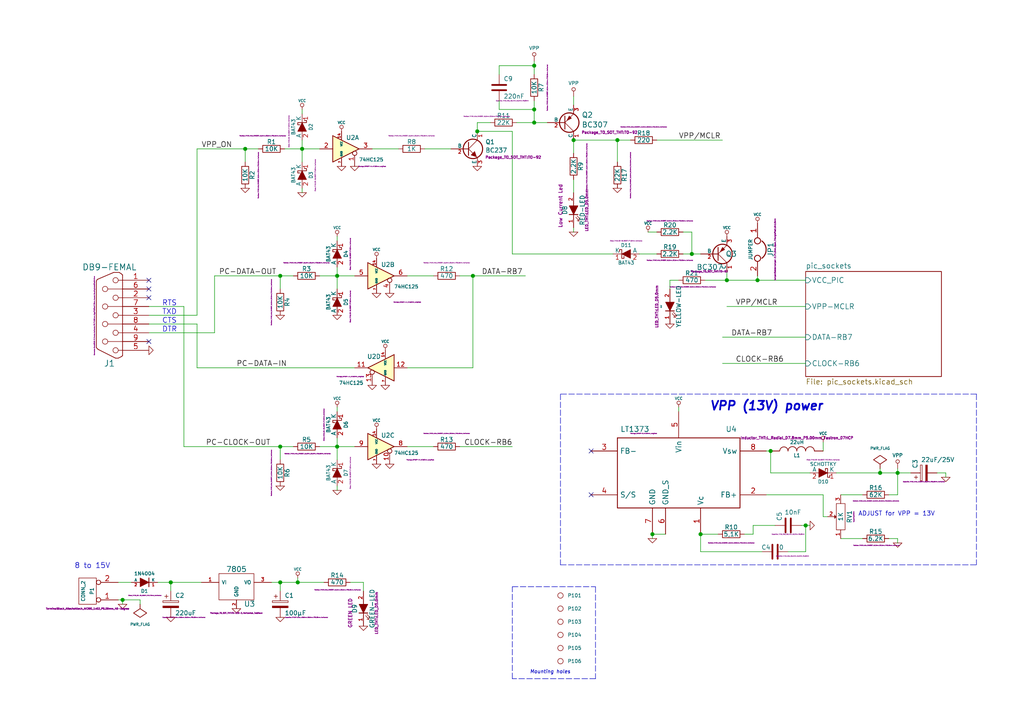
<source format=kicad_sch>
(kicad_sch (version 20250114) (generator "eeschema") (generator_version "9.0")
  (paper "A4")
  (title_block (title "JDM - COM84 PIC Programmer with 13V DC/DC converter") (date "05 jan 2014") (rev "2") (company "KiCad"))
  (lib_symbols
    (symbol "pic_programmer_schlib:74LS125" (pin_names (offset 0.254))
      (property "Reference" "U" (at 5.08 3.81 0))
      (property "Value" "74LS125" (at 7.62 -2.54 0))
      (symbol "74LS125_0_0"
        (pin power_in line (at -1.27 5.08 270) (length 2.54) (name "VCC") (number "14"))
        (pin power_in line (at -1.27 -5.08 90) (length 2.54) (name "GND") (number "7"))
      )
      (symbol "74LS125_1_0"
        (pin input line (at -7.62 0 0) (length 3.81) (name "~") (number "2"))
        (pin input inverted (at 2.54 -5.08 90) (length 4.445) (name "~") (number "1"))
        (pin tri_state line (at 7.62 0 180) (length 3.81) (name "~") (number "3"))
      )
      (symbol "74LS125_2_0"
        (pin input line (at -7.62 0 0) (length 3.81) (name "~") (number "5"))
        (pin input inverted (at 2.54 -5.08 90) (length 4.445) (name "~") (number "4"))
        (pin tri_state line (at 7.62 0 180) (length 3.81) (name "~") (number "6"))
      )
      (symbol "74LS125_3_0"
        (pin input line (at -7.62 0 0) (length 3.81) (name "~") (number "9"))
        (pin input inverted (at 2.54 -5.08 90) (length 4.445) (name "~") (number "10"))
        (pin tri_state line (at 7.62 0 180) (length 3.81) (name "~") (number "8"))
      )
      (symbol "74LS125_4_0"
        (pin input line (at -7.62 0 0) (length 3.81) (name "~") (number "12"))
        (pin input inverted (at 2.54 -5.08 90) (length 4.445) (name "~") (number "13"))
        (pin tri_state line (at 7.62 0 180) (length 3.81) (name "~") (number "11"))
      )
    )
    (symbol "pic_programmer_schlib:7805" (pin_names (offset 0.762))
      (property "Reference" "U" (at 3.81 -4.9784 0))
      (property "Value" "7805" (at 0 5.08 0))
      (symbol "7805_1_1"
        (pin input line (at -10.16 1.27 0) (length 5.08) (name "VI") (number "1"))
        (pin input line (at 0 -6.35 90) (length 2.54) (name "GND") (number "2"))
        (pin power_out line (at 10.16 1.27 180) (length 5.08) (name "VO") (number "3"))
      )
    )
    (symbol "pic_programmer_schlib:BC237" (pin_names (offset 0))
      (property "Reference" "Q" (at 0 -3.81 0))
      (property "Value" "BC237" (at 0 3.81 0))
      (property "Footprint" "Package_TO_SOT_THT:TO-92" (at -2.54 -5.08 0))
      (symbol "BC237_1_1"
        (pin input line (at -5.08 0 0) (length 5.08) (name "B") (number "2"))
        (pin passive line (at 2.54 5.08 270) (length 2.54) (name "C") (number "1"))
        (pin passive line (at 2.54 -5.08 90) (length 2.54) (name "E") (number "3"))
      )
    )
    (symbol "pic_programmer_schlib:BC307" (pin_names (offset 0))
      (property "Reference" "Q" (at -1.27 -3.81 0))
      (property "Value" "BC307" (at 0 3.81 0))
      (property "Footprint" "Package_TO_SOT_THT:TO-92" (at -2.54 -5.08 0))
      (symbol "BC307_1_1"
        (pin input line (at -5.08 0 0) (length 5.08) (name "B") (number "2"))
        (pin passive line (at 2.54 5.08 270) (length 2.54) (name "C") (number "1"))
        (pin passive line (at 2.54 -5.08 90) (length 2.54) (name "E") (number "3"))
      )
    )
    (symbol "pic_programmer_schlib:C" (pin_numbers (hide yes)) (pin_names (offset 0.254))
      (property "Reference" "C" (at 0.635 2.54 0))
      (property "Value" "C" (at 0.635 -2.54 0))
      (symbol "C_1_1"
        (pin passive line (at 0 3.81 270) (length 2.794) (name "~") (number "1"))
        (pin passive line (at 0 -3.81 90) (length 2.794) (name "~") (number "2"))
      )
    )
    (symbol "pic_programmer_schlib:CONN_2" (pin_names (offset 1.016) (hide yes))
      (property "Reference" "P" (at -1.27 0 90))
      (property "Value" "CONN_2" (at 1.27 0 90))
      (symbol "CONN_2_1_1"
        (pin passive inverted (at -8.89 2.54 0) (length 6.35) (name "P1") (number "1"))
        (pin passive inverted (at -8.89 -2.54 0) (length 6.35) (name "PM") (number "2"))
      )
    )
    (symbol "pic_programmer_schlib:CP" (pin_numbers (hide yes)) (pin_names (offset 0.254))
      (property "Reference" "C" (at 0.635 2.54 0))
      (property "Value" "CP" (at 0.635 -2.54 0))
      (symbol "CP_1_1"
        (pin passive line (at 0 3.81 270) (length 2.794) (name "~") (number "1"))
        (pin passive line (at 0 -3.81 90) (length 2.794) (name "~") (number "2"))
      )
    )
    (symbol "pic_programmer_schlib:D" (pin_names (offset 0))
      (property "Reference" "D" (at 0 2.54 0))
      (property "Value" "D" (at 0 -2.54 0))
      (symbol "D_1_1"
        (pin passive line (at -3.81 0 0) (length 2.54) (name "K") (number "1"))
        (pin passive line (at 3.81 0 180) (length 2.54) (name "A") (number "2"))
      )
    )
    (symbol "pic_programmer_schlib:DB9" (pin_names (offset 1.016) (hide yes))
      (property "Reference" "J" (at 0 13.97 0))
      (property "Value" "DB9" (at 0 -13.97 0))
      (symbol "DB9_1_1"
        (pin passive line (at -11.43 10.16 0) (length 7.62) (name "5") (number "5"))
        (pin passive line (at -11.43 7.62 0) (length 7.62) (name "P9") (number "9"))
        (pin passive line (at -11.43 5.08 0) (length 7.62) (name "4") (number "4"))
        (pin passive line (at -11.43 2.54 0) (length 7.62) (name "P8") (number "8"))
        (pin passive line (at -11.43 0 0) (length 7.62) (name "3") (number "3"))
        (pin passive line (at -11.43 -2.54 0) (length 7.62) (name "P7") (number "7"))
        (pin passive line (at -11.43 -5.08 0) (length 7.62) (name "2") (number "2"))
        (pin passive line (at -11.43 -7.62 0) (length 7.62) (name "P6") (number "6"))
        (pin passive line (at -11.43 -10.16 0) (length 7.62) (name "1") (number "1"))
      )
    )
    (symbol "pic_programmer_schlib:D_Schottky" (pin_names (offset 0))
      (property "Reference" "D" (at 0 2.54 0))
      (property "Value" "D_Schottky" (at 0 -2.54 0))
      (symbol "D_Schottky_1_1"
        (pin passive line (at -3.81 0 0) (length 2.54) (name "K") (number "1"))
        (pin passive line (at 3.81 0 180) (length 2.54) (name "A") (number "2"))
      )
    )
    (symbol "pic_programmer_schlib:GND" (power) (pin_names (offset 0))
      (symbol "GND_1_1"
        (pin power_in line (at 0 0 90) (length 0) (hide yes) (name "GND") (number "1"))
      )
    )
    (symbol "pic_programmer_schlib:INDUCTOR" (pin_numbers (hide yes)) (pin_names (offset 1.016) (hide yes))
      (property "Reference" "L" (at -1.27 0 90))
      (property "Value" "INDUCTOR" (at 2.54 0 90))
      (symbol "INDUCTOR_1_1"
        (pin passive line (at 0 7.62 270) (length 2.54) (name "1") (number "1"))
        (pin passive line (at 0 -7.62 90) (length 2.54) (name "2") (number "2"))
      )
    )
    (symbol "pic_programmer_schlib:JUMPER" (pin_names (offset 0.762) (hide yes))
      (property "Reference" "JP" (at 0 3.81 0))
      (property "Value" "JUMPER" (at 0 -2.032 0))
      (symbol "JUMPER_0_1"
        (pin passive line (at -7.62 0 0) (length 4.191) (name "1") (number "1"))
        (pin passive line (at 7.62 0 180) (length 4.191) (name "2") (number "2"))
      )
    )
    (symbol "pic_programmer_schlib:LED" (pin_names (offset 1.016) (hide yes))
      (property "Reference" "D" (at 0 2.54 0))
      (property "Value" "LED" (at 0 -2.54 0))
      (symbol "LED_1_1"
        (pin passive line (at -5.08 0 0) (length 3.81) (name "K") (number "1"))
        (pin passive line (at 5.08 0 180) (length 3.81) (name "A") (number "2"))
      )
    )
    (symbol "pic_programmer_schlib:LT1373" (pin_names (offset 0.762))
      (property "Reference" "U" (at 15.24 12.7 0))
      (property "Value" "LT1373" (at -12.7 12.7 0))
      (symbol "LT1373_1_1"
        (pin passive line (at -25.4 6.35 0) (length 7.62) (name "FB-") (number "3"))
        (pin passive line (at -25.4 -6.35 0) (length 7.62) (name "S/S") (number "4"))
        (pin input line (at -7.62 -17.78 90) (length 7.62) (name "GND") (number "7"))
        (pin input line (at -3.81 -17.78 90) (length 7.62) (name "GND_S") (number "6"))
        (pin power_in line (at 0 17.78 270) (length 7.62) (name "Vin") (number "5"))
        (pin input line (at 6.35 -17.78 90) (length 7.62) (name "Vc") (number "1"))
        (pin input line (at 25.4 6.35 180) (length 7.62) (name "Vsw") (number "8"))
        (pin input line (at 25.4 -6.35 180) (length 7.62) (name "FB+") (number "2"))
      )
    )
    (symbol "pic_programmer_schlib:MOUNTING_HOLE" (pin_numbers (hide yes)) (pin_names (offset 0.762) (hide yes))
      (property "Reference" "P" (at 2.032 0 0))
    )
    (symbol "pic_programmer_schlib:POT" (pin_names (offset 1.016) (hide yes))
      (property "Reference" "RV" (at 0 -2.54 0))
      (property "Value" "POT" (at 0 0 0))
      (symbol "POT_1_1"
        (pin passive line (at -6.35 0 0) (length 2.54) (name "1") (number "1"))
        (pin passive line (at 0 3.81 270) (length 2.032) (name "2") (number "2"))
        (pin passive line (at 6.35 0 180) (length 2.54) (name "3") (number "3"))
      )
    )
    (symbol "pic_programmer_schlib:PWR_FLAG" (power) (pin_numbers (hide yes)) (pin_names (offset 0) (hide yes))
      (property "Value" "PWR_FLAG" (at 0 4.572 0))
      (symbol "PWR_FLAG_0_0"
        (pin power_out line (at 0 0 90) (length 0) (name "pwr") (number "1"))
      )
    )
    (symbol "pic_programmer_schlib:R" (pin_numbers (hide yes)) (pin_names (offset 0))
      (property "Reference" "R" (at 2.032 0 90))
      (property "Value" "R" (at 0 0 90))
      (symbol "R_1_1"
        (pin passive line (at 0 3.81 270) (length 1.27) (name "~") (number "1"))
        (pin passive line (at 0 -3.81 90) (length 1.27) (name "~") (number "2"))
      )
    )
    (symbol "pic_programmer_schlib:VCC" (power) (pin_names (offset 0))
      (property "Value" "VCC" (at 0 2.54 0))
      (symbol "VCC_0_0"
        (pin power_in line (at 0 0 90) (length 0) (hide yes) (name "VCC") (number "1"))
      )
    )
    (symbol "pic_programmer_schlib:VPP" (pin_names (offset 0))
      (property "Value" "VPP" (at 0 3.81 0))
      (symbol "VPP_0_0"
        (pin power_in line (at 0 0 90) (length 0) (hide yes) (name "VPP") (number "1"))
      )
    )
  )
  (text "ADJUST for VPP = 13V" (at 248.92 149.86 0) (effects (font (size 1.27 1.27)) (justify left bottom)))
  (text "8 to 15V" (at 21.59 165.1 0) (effects (font (size 1.524 1.524)) (justify left bottom)))
  (text "VPP (13V) power" (at 205.74 119.38 0) (effects (font (size 2.54 2.54) (thickness 0.508) (bold yes) (italic yes)) (justify left bottom)))
  (text "RTS" (at 46.99 88.9 0) (effects (font (size 1.524 1.524)) (justify left bottom)))
  (text "TXD" (at 46.99 91.44 0) (effects (font (size 1.524 1.524)) (justify left bottom)))
  (text "CTS" (at 46.99 93.98 0) (effects (font (size 1.524 1.524)) (justify left bottom)))
  (text "DTR" (at 46.99 96.52 0) (effects (font (size 1.524 1.524)) (justify left bottom)))
  (text "Mounting holes" (at 153.67 195.58 0) (effects (font (size 1.016 1.016) (italic yes)) (justify left bottom)))
  (junction (at 81.28 80.01) (diameter 1.016))
  (junction (at 97.79 129.54) (diameter 1.016))
  (junction (at 179.07 40.64) (diameter 1.016))
  (junction (at 35.56 173.99) (diameter 1.016))
  (junction (at 255.27 137.16) (diameter 1.016))
  (junction (at 71.12 43.18) (diameter 1.016))
  (junction (at 260.35 137.16) (diameter 1.016))
  (junction (at 154.94 31.75) (diameter 1.016))
  (junction (at 87.63 43.18) (diameter 1.016))
  (junction (at 166.37 40.64) (diameter 1.016))
  (junction (at 203.2 154.94) (diameter 1.016))
  (junction (at 81.28 168.91) (diameter 1.016))
  (junction (at 86.36 168.91) (diameter 1.016))
  (junction (at 137.16 80.01) (diameter 1.016))
  (junction (at 223.52 130.81) (diameter 1.016))
  (junction (at 49.53 168.91) (diameter 1.016))
  (junction (at 97.79 80.01) (diameter 1.016))
  (junction (at 138.43 38.1) (diameter 1.016))
  (junction (at 154.94 35.56) (diameter 1.016))
  (junction (at 81.28 129.54) (diameter 1.016))
  (junction (at 219.71 81.28) (diameter 1.016))
  (junction (at 189.23 154.94) (diameter 1.016))
  (junction (at 200.66 73.66) (diameter 1.016))
  (junction (at 210.82 81.28) (diameter 1.016))
  (junction (at 233.68 152.4) (diameter 1.016))
  (junction (at 154.94 19.05) (diameter 1.016))
  (no_connect (at 171.45 130.81))
  (no_connect (at 43.18 81.28))
  (no_connect (at 43.18 86.36))
  (no_connect (at 43.18 99.06))
  (no_connect (at 43.18 83.82))
  (no_connect (at 171.45 143.51))
  (wire (pts (xy 87.63 43.18) (xy 87.63 46.99)))
  (polyline (pts (xy 172.72 196.85) (xy 148.59 196.85)) (stroke (width 0) (type dash)))
  (wire (pts (xy 97.79 129.54) (xy 102.87 129.54)))
  (wire (pts (xy 102.87 106.68) (xy 57.15 106.68)))
  (wire (pts (xy 250.19 156.21) (xy 243.84 156.21)))
  (wire (pts (xy 105.41 168.91) (xy 101.6 168.91)))
  (wire (pts (xy 57.15 106.68) (xy 57.15 93.98)))
  (wire (pts (xy 250.19 143.51) (xy 243.84 143.51)))
  (wire (pts (xy 38.1 168.91) (xy 34.29 168.91)))
  (wire (pts (xy 234.95 137.16) (xy 223.52 137.16)))
  (wire (pts (xy 166.37 66.04) (xy 166.37 67.31)))
  (wire (pts (xy 133.35 80.01) (xy 137.16 80.01)))
  (wire (pts (xy 260.35 137.16) (xy 260.35 143.51)))
  (wire (pts (xy 208.28 154.94) (xy 203.2 154.94)))
  (wire (pts (xy 138.43 35.56) (xy 142.24 35.56)))
  (wire (pts (xy 255.27 137.16) (xy 260.35 137.16)))
  (wire (pts (xy 260.35 156.21) (xy 260.35 157.48)))
  (wire (pts (xy 200.66 73.66) (xy 200.66 67.31)))
  (wire (pts (xy 92.71 129.54) (xy 97.79 129.54)))
  (wire (pts (xy 200.66 67.31) (xy 198.12 67.31)))
  (wire (pts (xy 130.81 43.18) (xy 123.19 43.18)))
  (wire (pts (xy 97.79 68.58) (xy 97.79 69.85)))
  (wire (pts (xy 86.36 168.91) (xy 86.36 167.64)))
  (wire (pts (xy 35.56 173.99) (xy 40.64 173.99)))
  (wire (pts (xy 274.32 137.16) (xy 274.32 138.43)))
  (wire (pts (xy 179.07 46.99) (xy 179.07 40.64)))
  (wire (pts (xy 232.41 152.4) (xy 233.68 152.4)))
  (wire (pts (xy 271.78 137.16) (xy 274.32 137.16)))
  (wire (pts (xy 189.23 154.94) (xy 193.04 154.94)))
  (wire (pts (xy 198.12 73.66) (xy 200.66 73.66)))
  (wire (pts (xy 43.18 93.98) (xy 57.15 93.98)))
  (wire (pts (xy 138.43 35.56) (xy 138.43 38.1)))
  (wire (pts (xy 144.78 19.05) (xy 154.94 19.05)))
  (wire (pts (xy 57.15 91.44) (xy 43.18 91.44)))
  (wire (pts (xy 233.68 152.4) (xy 234.95 152.4)))
  (wire (pts (xy 81.28 80.01) (xy 85.09 80.01)))
  (wire (pts (xy 138.43 38.1) (xy 148.59 38.1)))
  (wire (pts (xy 148.59 73.66) (xy 177.8 73.66)))
  (wire (pts (xy 35.56 175.26) (xy 35.56 173.99)))
  (wire (pts (xy 137.16 80.01) (xy 152.4 80.01)))
  (wire (pts (xy 81.28 168.91) (xy 86.36 168.91)))
  (wire (pts (xy 238.76 149.86) (xy 238.76 143.51)))
  (wire (pts (xy 118.11 80.01) (xy 125.73 80.01)))
  (wire (pts (xy 204.47 81.28) (xy 210.82 81.28)))
  (wire (pts (xy 49.53 171.45) (xy 49.53 168.91)))
  (wire (pts (xy 210.82 81.28) (xy 210.82 78.74)))
  (wire (pts (xy 53.34 129.54) (xy 81.28 129.54)))
  (wire (pts (xy 78.74 168.91) (xy 81.28 168.91)))
  (wire (pts (xy 190.5 40.64) (xy 209.55 40.64)))
  (wire (pts (xy 154.94 29.21) (xy 154.94 31.75)))
  (wire (pts (xy 148.59 38.1) (xy 148.59 73.66)))
  (wire (pts (xy 210.82 81.28) (xy 219.71 81.28)))
  (wire (pts (xy 87.63 54.61) (xy 87.63 55.88)))
  (wire (pts (xy 187.96 67.31) (xy 190.5 67.31)))
  (wire (pts (xy 240.03 149.86) (xy 238.76 149.86)))
  (wire (pts (xy 194.31 83.82) (xy 194.31 81.28)))
  (wire (pts (xy 189.23 156.21) (xy 189.23 154.94)))
  (wire (pts (xy 115.57 43.18) (xy 107.95 43.18)))
  (wire (pts (xy 238.76 128.27) (xy 238.76 130.81)))
  (wire (pts (xy 34.29 173.99) (xy 35.56 173.99)))
  (wire (pts (xy 228.6 160.02) (xy 233.68 160.02)))
  (polyline (pts (xy 283.21 114.3) (xy 283.21 163.83)) (stroke (width 0) (type dash)))
  (wire (pts (xy 71.12 43.18) (xy 74.93 43.18)))
  (wire (pts (xy 260.35 137.16) (xy 264.16 137.16)))
  (wire (pts (xy 203.2 160.02) (xy 220.98 160.02)))
  (wire (pts (xy 166.37 30.48) (xy 166.37 27.94)))
  (wire (pts (xy 86.36 168.91) (xy 93.98 168.91)))
  (wire (pts (xy 219.71 81.28) (xy 233.68 81.28)))
  (wire (pts (xy 97.79 77.47) (xy 97.79 80.01)))
  (wire (pts (xy 57.15 43.18) (xy 71.12 43.18)))
  (wire (pts (xy 260.35 156.21) (xy 257.81 156.21)))
  (wire (pts (xy 233.68 160.02) (xy 233.68 152.4)))
  (wire (pts (xy 62.23 96.52) (xy 62.23 80.01)))
  (wire (pts (xy 53.34 88.9) (xy 43.18 88.9)))
  (wire (pts (xy 62.23 96.52) (xy 43.18 96.52)))
  (wire (pts (xy 210.82 88.9) (xy 233.68 88.9)))
  (wire (pts (xy 154.94 31.75) (xy 154.94 35.56)))
  (polyline (pts (xy 148.59 196.85) (xy 148.59 170.18)) (stroke (width 0) (type dash)))
  (wire (pts (xy 149.86 35.56) (xy 154.94 35.56)))
  (wire (pts (xy 87.63 33.02) (xy 87.63 31.75)))
  (wire (pts (xy 137.16 106.68) (xy 137.16 80.01)))
  (wire (pts (xy 218.44 152.4) (xy 218.44 154.94)))
  (wire (pts (xy 144.78 19.05) (xy 144.78 21.59)))
  (wire (pts (xy 57.15 43.18) (xy 57.15 91.44)))
  (wire (pts (xy 200.66 73.66) (xy 203.2 73.66)))
  (wire (pts (xy 144.78 31.75) (xy 154.94 31.75)))
  (wire (pts (xy 45.72 168.91) (xy 49.53 168.91)))
  (polyline (pts (xy 172.72 170.18) (xy 172.72 196.85)) (stroke (width 0) (type dash)))
  (wire (pts (xy 219.71 81.28) (xy 219.71 80.01)))
  (wire (pts (xy 223.52 137.16) (xy 223.52 130.81)))
  (wire (pts (xy 81.28 129.54) (xy 85.09 129.54)))
  (wire (pts (xy 148.59 129.54) (xy 133.35 129.54)))
  (wire (pts (xy 97.79 80.01) (xy 97.79 83.82)))
  (wire (pts (xy 97.79 80.01) (xy 102.87 80.01)))
  (wire (pts (xy 154.94 17.78) (xy 154.94 19.05)))
  (wire (pts (xy 166.37 40.64) (xy 179.07 40.64)))
  (wire (pts (xy 203.2 154.94) (xy 203.2 160.02)))
  (wire (pts (xy 87.63 43.18) (xy 92.71 43.18)))
  (wire (pts (xy 260.35 143.51) (xy 257.81 143.51)))
  (wire (pts (xy 194.31 81.28) (xy 196.85 81.28)))
  (wire (pts (xy 166.37 40.64) (xy 166.37 44.45)))
  (wire (pts (xy 179.07 40.64) (xy 182.88 40.64)))
  (wire (pts (xy 105.41 171.45) (xy 105.41 168.91)))
  (wire (pts (xy 81.28 133.35) (xy 81.28 129.54)))
  (polyline (pts (xy 162.56 163.83) (xy 283.21 163.83)) (stroke (width 0) (type dash)))
  (wire (pts (xy 260.35 135.89) (xy 260.35 137.16)))
  (wire (pts (xy 53.34 129.54) (xy 53.34 88.9)))
  (wire (pts (xy 81.28 83.82) (xy 81.28 80.01)))
  (wire (pts (xy 154.94 35.56) (xy 158.75 35.56)))
  (wire (pts (xy 62.23 80.01) (xy 81.28 80.01)))
  (wire (pts (xy 87.63 40.64) (xy 87.63 43.18)))
  (wire (pts (xy 190.5 73.66) (xy 185.42 73.66)))
  (wire (pts (xy 81.28 168.91) (xy 81.28 171.45)))
  (wire (pts (xy 224.79 152.4) (xy 218.44 152.4)))
  (wire (pts (xy 255.27 135.89) (xy 255.27 137.16)))
  (polyline (pts (xy 162.56 114.3) (xy 162.56 163.83)) (stroke (width 0) (type dash)))
  (wire (pts (xy 97.79 142.24) (xy 97.79 140.97)))
  (wire (pts (xy 233.68 97.79) (xy 209.55 97.79)))
  (wire (pts (xy 144.78 29.21) (xy 144.78 31.75)))
  (wire (pts (xy 118.11 106.68) (xy 137.16 106.68)))
  (wire (pts (xy 92.71 80.01) (xy 97.79 80.01)))
  (wire (pts (xy 82.55 43.18) (xy 87.63 43.18)))
  (wire (pts (xy 218.44 154.94) (xy 215.9 154.94)))
  (wire (pts (xy 166.37 52.07) (xy 166.37 55.88)))
  (wire (pts (xy 40.64 173.99) (xy 40.64 175.26)))
  (wire (pts (xy 125.73 129.54) (xy 118.11 129.54)))
  (wire (pts (xy 97.79 119.38) (xy 97.79 118.11)))
  (polyline (pts (xy 148.59 170.18) (xy 172.72 170.18)) (stroke (width 0) (type dash)))
  (wire (pts (xy 97.79 129.54) (xy 97.79 133.35)))
  (wire (pts (xy 97.79 127) (xy 97.79 129.54)))
  (wire (pts (xy 196.85 119.38) (xy 196.85 118.11)))
  (wire (pts (xy 233.68 105.41) (xy 209.55 105.41)))
  (wire (pts (xy 242.57 137.16) (xy 255.27 137.16)))
  (wire (pts (xy 154.94 19.05) (xy 154.94 21.59)))
  (wire (pts (xy 223.52 130.81) (xy 222.25 130.81)))
  (wire (pts (xy 49.53 168.91) (xy 58.42 168.91)))
  (wire (pts (xy 71.12 46.99) (xy 71.12 43.18)))
  (wire (pts (xy 238.76 143.51) (xy 222.25 143.51)))
  (polyline (pts (xy 283.21 114.3) (xy 162.56 114.3)) (stroke (width 0) (type dash)))
  (label "DATA-RB7" (at 139.7 80.01 0) (effects (font (size 1.524 1.524))))
  (label "CLOCK-RB6" (at 134.62 129.54 0) (effects (font (size 1.524 1.524))))
  (label "PC-DATA-IN" (at 68.58 106.68 0) (effects (font (size 1.524 1.524))))
  (label "CLOCK-RB6" (at 213.36 105.41 0) (effects (font (size 1.524 1.524))))
  (label "PC-DATA-OUT" (at 63.5 80.01 0) (effects (font (size 1.524 1.524))))
  (label "VPP/MCLR" (at 196.85 40.64 0) (effects (font (size 1.524 1.524))))
  (label "VPP_ON" (at 58.42 43.18 0) (effects (font (size 1.524 1.524))))
  (label "PC-CLOCK-OUT" (at 59.69 129.54 0) (effects (font (size 1.524 1.524))))
  (label "VPP/MCLR" (at 213.36 88.9 0) (effects (font (size 1.524 1.524))))
  (label "DATA-RB7" (at 212.09 97.79 0) (effects (font (size 1.524 1.524))))
  (symbol (lib_id "pic_programmer_schlib:DB9") (at 31.75 91.44 180) (unit 1)
    (property "Reference" "J1" (at 31.75 105.41 0) (effects (font (size 1.778 1.778))))
    (property "Value" "DB9-FEMAL" (at 31.75 77.47 0) (effects (font (size 1.778 1.778))))
    (property "Footprint" "Connector_Dsub:DSUB-9_Female_Horizontal_P2.77x2.84mm_EdgePinOffset7.70mm_Housed_MountingHolesOffset9.12mm" (at 27.3812 91.5416 90) (effects (font (size 0.254 0.254))))
  )
  (symbol (lib_id "pic_programmer_schlib:74LS125") (at 100.33 43.18 0) (unit 1)
    (property "Reference" "U2" (at 100.33 40.64 0) (effects (justify left bottom)))
    (property "Value" "74HC125" (at 104.14 45.72 0) (effects (font (size 1.016 1.016)) (justify left top)))
    (property "Footprint" "Package_DIP:DIP-14_W7.62mm_LongPads" (at 107.95 48.26 0) (effects (font (size 0.254 0.254))))
  )
  (symbol (lib_id "pic_programmer_schlib:R") (at 78.74 43.18 90) (unit 1)
    (property "Reference" "R1" (at 78.74 41.148 90))
    (property "Value" "10K" (at 78.74 43.18 90))
    (property "Footprint" "Resistor_THT:R_Axial_DIN0207_L6.3mm_D2.5mm_P10.16mm_Horizontal" (at 76.2 39.37 90) (effects (font (size 0.254 0.254))))
  )
  (symbol (lib_id "pic_programmer_schlib:R") (at 71.12 50.8 0) (unit 1)
    (property "Reference" "R2" (at 73.152 50.8 90))
    (property "Value" "10K" (at 71.12 50.8 90))
    (property "Footprint" "Resistor_THT:R_Axial_DIN0207_L6.3mm_D2.5mm_P10.16mm_Horizontal" (at 74.93 50.8 90) (effects (font (size 0.254 0.254))))
  )
  (symbol (lib_id "pic_programmer_schlib:D_Schottky") (at 87.63 36.83 270) (unit 1)
    (property "Reference" "D2" (at 90.17 36.83 0) (effects (font (size 1.016 1.016))))
    (property "Value" "BAT43" (at 85.09 36.83 0) (effects (font (size 1.016 1.016))))
    (property "Footprint" "Diode_THT:D_DO-35_SOD27_P7.62mm_Horizontal" (at 83.82 38.1 0) (effects (font (size 0.254 0.254))))
  )
  (symbol (lib_id "pic_programmer_schlib:D_Schottky") (at 87.63 50.8 270) (unit 1)
    (property "Reference" "D3" (at 90.17 50.8 0) (effects (font (size 1.016 1.016))))
    (property "Value" "BAT43" (at 85.09 50.8 0) (effects (font (size 1.016 1.016))))
    (property "Footprint" "Diode_THT:D_DO-35_SOD27_P7.62mm_Horizontal" (at 91.44 50.8 0) (effects (font (size 0.254 0.254))))
  )
  (symbol (lib_id "pic_programmer_schlib:GND") (at 102.87 48.26 0) (unit 1)
    (property "Reference" "#PWR035" (effects (hide yes)))
    (property "Value" "GND" (effects (hide yes)))
  )
  (symbol (lib_id "pic_programmer_schlib:GND") (at 87.63 55.88 0) (unit 1)
    (property "Reference" "#PWR034" (effects (hide yes)))
    (property "Value" "GND" (effects (hide yes)))
  )
  (symbol (lib_id "pic_programmer_schlib:VCC") (at 87.63 31.75 0) (unit 1)
    (property "Reference" "#PWR033" (effects (hide yes)))
    (property "Value" "VCC" (at 87.63 29.21 0) (effects (font (size 0.762 0.762))))
  )
  (symbol (lib_id "pic_programmer_schlib:74LS125") (at 110.49 80.01 0) (unit 2)
    (property "Reference" "U2" (at 110.49 77.47 0) (effects (justify left bottom)))
    (property "Value" "74HC125" (at 114.3 82.55 0) (effects (font (size 1.016 1.016)) (justify left top)))
    (property "Footprint" "Package_DIP:DIP-14_W7.62mm_LongPads" (at 118.11 87.63 0) (effects (font (size 0.254 0.254))))
  )
  (symbol (lib_id "pic_programmer_schlib:R") (at 88.9 80.01 90) (unit 1)
    (property "Reference" "R3" (at 88.9 77.978 90))
    (property "Value" "10K" (at 88.9 80.01 90))
    (property "Footprint" "Resistor_THT:R_Axial_DIN0207_L6.3mm_D2.5mm_P10.16mm_Horizontal" (at 88.9 76.2 90) (effects (font (size 0.254 0.254))))
  )
  (symbol (lib_id "pic_programmer_schlib:R") (at 81.28 87.63 0) (unit 1)
    (property "Reference" "R4" (at 83.312 87.63 90))
    (property "Value" "10K" (at 81.28 87.63 90))
    (property "Footprint" "Resistor_THT:R_Axial_DIN0207_L6.3mm_D2.5mm_P10.16mm_Horizontal" (at 78.74 87.63 90) (effects (font (size 0.254 0.254))))
  )
  (symbol (lib_id "pic_programmer_schlib:D_Schottky") (at 97.79 73.66 270) (unit 1)
    (property "Reference" "D4" (at 100.33 73.66 0) (effects (font (size 1.016 1.016))))
    (property "Value" "BAT43" (at 95.25 73.66 0) (effects (font (size 1.016 1.016))))
    (property "Footprint" "Diode_THT:D_DO-35_SOD27_P7.62mm_Horizontal" (at 101.6 73.66 0) (effects (font (size 0.254 0.254))))
  )
  (symbol (lib_id "pic_programmer_schlib:D_Schottky") (at 97.79 87.63 270) (unit 1)
    (property "Reference" "D5" (at 100.33 87.63 0) (effects (font (size 1.016 1.016))))
    (property "Value" "BAT43" (at 95.25 87.63 0) (effects (font (size 1.016 1.016))))
    (property "Footprint" "Diode_THT:D_DO-35_SOD27_P7.62mm_Horizontal" (at 101.6 88.9 0) (effects (font (size 0.254 0.254))))
  )
  (symbol (lib_id "pic_programmer_schlib:GND") (at 113.03 85.09 0) (unit 1)
    (property "Reference" "#PWR032" (effects (hide yes)))
    (property "Value" "GND" (effects (hide yes)))
  )
  (symbol (lib_id "pic_programmer_schlib:GND") (at 97.79 91.44 0) (unit 1)
    (property "Reference" "#PWR031" (effects (hide yes)))
    (property "Value" "GND" (effects (hide yes)))
  )
  (symbol (lib_id "pic_programmer_schlib:VCC") (at 97.79 68.58 0) (unit 1)
    (property "Reference" "#PWR030" (effects (hide yes)))
    (property "Value" "VCC" (at 97.79 66.04 0) (effects (font (size 0.762 0.762))))
  )
  (symbol (lib_id "pic_programmer_schlib:74LS125") (at 110.49 129.54 0) (unit 3)
    (property "Reference" "U2" (at 110.49 127 0) (effects (justify left bottom)))
    (property "Value" "74HC125" (at 114.3 130.81 0) (effects (font (size 1.016 1.016)) (justify left top)))
    (property "Footprint" "Package_DIP:DIP-14_W7.62mm_LongPads" (at 121.92 133.35 0) (effects (font (size 0.254 0.254))))
  )
  (symbol (lib_id "pic_programmer_schlib:R") (at 88.9 129.54 90) (unit 1)
    (property "Reference" "R5" (at 88.9 127.508 90))
    (property "Value" "10K" (at 88.9 129.54 90))
    (property "Footprint" "Resistor_THT:R_Axial_DIN0207_L6.3mm_D2.5mm_P10.16mm_Horizontal" (at 89.2048 131.572 90) (effects (font (size 0.254 0.254))))
  )
  (symbol (lib_id "pic_programmer_schlib:R") (at 81.28 137.16 0) (unit 1)
    (property "Reference" "R6" (at 83.312 137.16 90))
    (property "Value" "10K" (at 81.28 137.16 90))
    (property "Footprint" "Resistor_THT:R_Axial_DIN0207_L6.3mm_D2.5mm_P10.16mm_Horizontal" (at 78.74 137.16 90) (effects (font (size 0.254 0.254))))
    (property "Component Clas" "res" (effects (hide yes)))
  )
  (symbol (lib_id "pic_programmer_schlib:D_Schottky") (at 97.79 123.19 270) (unit 1)
    (property "Reference" "D6" (at 100.33 123.19 0) (effects (font (size 1.016 1.016))))
    (property "Value" "BAT43" (at 95.25 123.19 0) (effects (font (size 1.016 1.016))))
    (property "Footprint" "Diode_THT:D_DO-35_SOD27_P7.62mm_Horizontal" (at 93.98 123.19 0) (effects (font (size 0.254 0.254))))
  )
  (symbol (lib_id "pic_programmer_schlib:D_Schottky") (at 97.79 137.16 270) (unit 1)
    (property "Reference" "D7" (at 100.33 137.16 0) (effects (font (size 1.016 1.016))))
    (property "Value" "BAT43" (at 95.25 137.16 0) (effects (font (size 1.016 1.016))))
    (property "Footprint" "Diode_THT:D_DO-35_SOD27_P7.62mm_Horizontal" (at 101.6 137.16 0) (effects (font (size 0.254 0.254))))
  )
  (symbol (lib_id "pic_programmer_schlib:GND") (at 113.03 134.62 0) (unit 1)
    (property "Reference" "#PWR029" (effects (hide yes)))
    (property "Value" "GND" (effects (hide yes)))
  )
  (symbol (lib_id "pic_programmer_schlib:GND") (at 97.79 142.24 0) (unit 1)
    (property "Reference" "#PWR028" (effects (hide yes)))
    (property "Value" "GND" (effects (hide yes)))
  )
  (symbol (lib_id "pic_programmer_schlib:VCC") (at 97.79 118.11 0) (unit 1)
    (property "Reference" "#PWR027" (effects (hide yes)))
    (property "Value" "VCC" (at 97.79 115.57 0) (effects (font (size 0.762 0.762))))
  )
  (symbol (lib_id "pic_programmer_schlib:74LS125") (at 110.49 106.68 0) (mirror y) (unit 4)
    (property "Reference" "U2" (at 110.49 104.14 0) (effects (justify left bottom)))
    (property "Value" "74HC125" (at 105.41 110.49 0) (effects (font (size 1.016 1.016)) (justify left top)))
    (property "Footprint" "Package_DIP:DIP-14_W7.62mm_LongPads" (at 101.6 109.22 0) (effects (font (size 0.254 0.254))))
  )
  (symbol (lib_id "pic_programmer_schlib:GND") (at 107.95 111.76 0) (unit 1)
    (property "Reference" "#PWR026" (effects (hide yes)))
    (property "Value" "GND" (effects (hide yes)))
  )
  (symbol (lib_id "pic_programmer_schlib:R") (at 129.54 80.01 90) (unit 1)
    (property "Reference" "R12" (at 129.54 77.978 90))
    (property "Value" "470" (at 129.54 80.01 90))
    (property "Footprint" "Resistor_THT:R_Axial_DIN0207_L6.3mm_D2.5mm_P10.16mm_Horizontal" (at 129.54 76.2 90) (effects (font (size 0.254 0.254))))
  )
  (symbol (lib_id "pic_programmer_schlib:R") (at 129.54 129.54 90) (unit 1)
    (property "Reference" "R13" (at 129.54 127.508 90))
    (property "Value" "470" (at 129.54 129.54 90))
    (property "Footprint" "Resistor_THT:R_Axial_DIN0207_L6.3mm_D2.5mm_P10.16mm_Horizontal" (at 129.54 125.73 90) (effects (font (size 0.254 0.254))))
    (property "Component Class" "res" (effects (hide yes)))
  )
  (symbol (lib_id "pic_programmer_schlib:R") (at 119.38 43.18 90) (unit 1)
    (property "Reference" "R8" (at 119.38 41.148 90))
    (property "Value" "1K" (at 119.38 43.18 90))
    (property "Footprint" "Resistor_THT:R_Axial_DIN0207_L6.3mm_D2.5mm_P10.16mm_Horizontal" (at 119.38 39.37 90) (effects (font (size 0.254 0.254))))
  )
  (symbol (lib_id "pic_programmer_schlib:GND") (at 81.28 91.44 0) (unit 1)
    (property "Reference" "#PWR025" (effects (hide yes)))
    (property "Value" "GND" (effects (hide yes)))
  )
  (symbol (lib_id "pic_programmer_schlib:GND") (at 81.28 140.97 0) (unit 1)
    (property "Reference" "#PWR024" (effects (hide yes)))
    (property "Value" "GND" (effects (hide yes)))
  )
  (symbol (lib_id "pic_programmer_schlib:GND") (at 71.12 54.61 0) (unit 1)
    (property "Reference" "#PWR023" (effects (hide yes)))
    (property "Value" "GND" (effects (hide yes)))
  )
  (symbol (lib_id "pic_programmer_schlib:GND") (at 43.18 101.6 90) (unit 1)
    (property "Reference" "#PWR022" (effects (hide yes)))
    (property "Value" "GND" (effects (hide yes)))
  )
  (symbol (lib_id "pic_programmer_schlib:BC237") (at 135.89 43.18 0) (unit 1)
    (property "Reference" "Q1" (at 140.7668 41.1642 0) (effects (justify left)))
    (property "Value" "BC237" (at 140.7668 43.5885 0) (effects (justify left)))
    (property "Footprint" "Package_TO_SOT_THT:TO-92" (at 140.7668 45.6043 0) (effects (font (size 0.762 0.762)) (justify left)))
  )
  (symbol (lib_id "pic_programmer_schlib:GND") (at 138.43 48.26 0) (unit 1)
    (property "Reference" "#PWR021" (effects (hide yes)))
    (property "Value" "GND" (effects (hide yes)))
  )
  (symbol (lib_id "pic_programmer_schlib:R") (at 146.05 35.56 90) (unit 1)
    (property "Reference" "R11" (at 146.05 33.528 90))
    (property "Value" "22K" (at 146.05 35.56 90))
    (property "Footprint" "Resistor_THT:R_Axial_DIN0207_L6.3mm_D2.5mm_P10.16mm_Horizontal" (at 141.1986 33.7566 90) (effects (font (size 0.254 0.254))))
  )
  (symbol (lib_id "pic_programmer_schlib:R") (at 154.94 25.4 0) (unit 1)
    (property "Reference" "R7" (at 156.972 25.4 90))
    (property "Value" "10K" (at 154.94 25.4 90))
    (property "Footprint" "Resistor_THT:R_Axial_DIN0207_L6.3mm_D2.5mm_P10.16mm_Horizontal" (at 158.75 25.4 90) (effects (font (size 0.254 0.254))))
  )
  (symbol (lib_id "pic_programmer_schlib:BC307") (at 163.83 35.56 0) (mirror x) (unit 1)
    (property "Reference" "Q2" (at 168.7068 33.3399 0) (effects (font (size 1.524 1.524)) (justify left)))
    (property "Value" "BC307" (at 168.7068 36.1728 0) (effects (font (size 1.524 1.524)) (justify left)))
    (property "Footprint" "Package_TO_SOT_THT:TO-92" (at 168.7068 38.3929 0) (effects (font (size 0.762 0.762)) (justify left)))
  )
  (symbol (lib_id "pic_programmer_schlib:VPP") (at 154.94 17.78 0) (unit 1)
    (property "Reference" "#PWR122" (effects (hide yes)))
    (property "Value" "VPP" (at 154.94 13.97 0) (effects (font (size 1.016 1.016))))
  )
  (symbol (lib_id "pic_programmer_schlib:VPP") (at 166.37 27.94 0) (unit 1)
    (property "Reference" "#PWR123" (effects (hide yes)))
    (property "Value" "VPP" (at 166.37 24.13 0) (effects (font (size 1.016 1.016))))
  )
  (symbol (lib_id "pic_programmer_schlib:R") (at 166.37 48.26 0) (unit 1)
    (property "Reference" "R9" (at 168.402 48.26 90))
    (property "Value" "2.2K" (at 166.37 48.26 90))
    (property "Footprint" "Resistor_THT:R_Axial_DIN0207_L6.3mm_D2.5mm_P10.16mm_Horizontal" (at 170.18 48.26 90) (effects (font (size 0.254 0.254))))
  )
  (symbol (lib_id "pic_programmer_schlib:LED") (at 166.37 60.96 90) (unit 1)
    (property "Reference" "D8" (at 163.83 60.96 0))
    (property "Value" "RED-LED" (at 168.91 60.96 0))
    (property "Footprint" "LED_THT:LED_D5.0mm" (at 170.18 60.96 0) (effects (font (size 0.762 0.762))))
    (property "Champ4" "Low Current Led" (at 162.56 59.69 0) (effects (font (size 1.016 1.016))))
  )
  (symbol (lib_id "pic_programmer_schlib:CONN_2") (at 25.4 171.45 180) (unit 1)
    (property "Reference" "P1" (at 26.67 171.45 90) (effects (font (size 1.016 1.016))))
    (property "Value" "CONN_2" (at 24.13 171.45 90) (effects (font (size 1.016 1.016))))
    (property "Footprint" "TerminalBlock_Altech:Altech_AK300_1x02_P5.00mm_45-Degree" (at 25.4 176.53 0) (effects (font (size 0.508 0.508))))
  )
  (symbol (lib_id "pic_programmer_schlib:D") (at 41.91 168.91 180) (unit 1)
    (property "Reference" "D1" (at 41.91 171.45 0) (effects (font (size 1.016 1.016))))
    (property "Value" "1N4004" (at 41.91 166.37 0) (effects (font (size 1.016 1.016))))
    (property "Footprint" "Diode_THT:D_DO-35_SOD27_P12.70mm_Horizontal" (at 42.0116 172.72 0) (effects (font (size 0.254 0.254))))
  )
  (symbol (lib_id "pic_programmer_schlib:GND") (at 35.56 175.26 0) (unit 1)
    (property "Reference" "#PWR020" (effects (hide yes)))
    (property "Value" "GND" (effects (hide yes)))
  )
  (symbol (lib_id "pic_programmer_schlib:CP") (at 49.53 175.26 0) (unit 1)
    (property "Reference" "C2" (at 50.8 172.72 0) (effects (justify left)))
    (property "Value" "220uF" (at 50.8 177.8 0) (effects (justify left)))
    (property "Footprint" "Capacitor_THT:CP_Axial_L18.0mm_D6.5mm_P25.00mm_Horizontal" (at 53.34 179.07 0) (effects (font (size 0.254 0.254))))
  )
  (symbol (lib_id "pic_programmer_schlib:GND") (at 49.53 179.07 0) (unit 1)
    (property "Reference" "#PWR019" (effects (hide yes)))
    (property "Value" "GND" (effects (hide yes)))
  )
  (symbol (lib_id "pic_programmer_schlib:GND") (at 68.58 176.53 0) (unit 1)
    (property "Reference" "#PWR018" (effects (hide yes)))
    (property "Value" "GND" (effects (hide yes)))
  )
  (symbol (lib_id "pic_programmer_schlib:CP") (at 81.28 175.26 0) (unit 1)
    (property "Reference" "C1" (at 82.55 172.72 0) (effects (justify left)))
    (property "Value" "100µF" (at 82.55 177.8 0) (effects (justify left)))
    (property "Footprint" "Capacitor_THT:CP_Axial_L18.0mm_D6.5mm_P25.00mm_Horizontal" (at 88.9 179.07 0) (effects (font (size 0.254 0.254))))
  )
  (symbol (lib_id "pic_programmer_schlib:GND") (at 81.28 179.07 0) (unit 1)
    (property "Reference" "#PWR017" (effects (hide yes)))
    (property "Value" "GND" (effects (hide yes)))
  )
  (symbol (lib_id "pic_programmer_schlib:R") (at 97.79 168.91 90) (unit 1)
    (property "Reference" "R14" (at 97.79 166.878 90))
    (property "Value" "470" (at 97.79 168.91 90))
    (property "Footprint" "Resistor_THT:R_Axial_DIN0207_L6.3mm_D2.5mm_P10.16mm_Horizontal" (at 97.917 171.069 90) (effects (font (size 0.254 0.254))))
  )
  (symbol (lib_id "pic_programmer_schlib:LED") (at 105.41 176.53 90) (unit 1)
    (property "Reference" "D9" (at 102.87 176.53 0))
    (property "Value" "GREEN-LED" (at 107.95 176.53 0))
    (property "Footprint" "LED_THT:LED_D5.0mm" (at 109.22 177.8 0) (effects (font (size 0.762 0.762))))
    (property "Champ4" "GREEN LED" (at 101.6 177.8 0) (effects (font (size 1.016 1.016))))
  )
  (symbol (lib_id "pic_programmer_schlib:GND") (at 105.41 181.61 0) (unit 1)
    (property "Reference" "#PWR016" (effects (hide yes)))
    (property "Value" "GND" (effects (hide yes)))
  )
  (symbol (lib_id "pic_programmer_schlib:VCC") (at 86.36 167.64 0) (unit 1)
    (property "Reference" "#PWR015" (effects (hide yes)))
    (property "Value" "VCC" (at 86.36 165.1 0) (effects (font (size 0.762 0.762))))
  )
  (symbol (lib_id "pic_programmer_schlib:R") (at 179.07 50.8 0) (unit 1)
    (property "Reference" "R17" (at 181.102 50.8 90))
    (property "Value" "22K" (at 179.07 50.8 90))
    (property "Footprint" "Resistor_THT:R_Axial_DIN0207_L6.3mm_D2.5mm_P10.16mm_Horizontal" (at 182.88 50.8 90) (effects (font (size 0.254 0.254))))
  )
  (symbol (lib_id "pic_programmer_schlib:GND") (at 179.07 54.61 0) (unit 1)
    (property "Reference" "#PWR014" (effects (hide yes)))
    (property "Value" "GND" (effects (hide yes)))
  )
  (symbol (lib_id "pic_programmer_schlib:INDUCTOR") (at 231.14 130.81 90) (unit 1)
    (property "Reference" "L1" (at 231.14 132.08 90) (effects (font (size 1.016 1.016))))
    (property "Value" "22uH" (at 231.14 128.27 90) (effects (font (size 1.016 1.016))))
    (property "Footprint" "Inductor_THT:L_Radial_D7.8mm_P5.00mm_Fastron_07HCP" (at 231.14 127 90) (effects (font (size 0.762 0.762))))
  )
  (symbol (lib_id "pic_programmer_schlib:VCC") (at 196.85 118.11 0) (unit 1)
    (property "Reference" "#PWR013" (effects (hide yes)))
    (property "Value" "VCC" (at 196.85 115.57 0) (effects (font (size 0.762 0.762))))
  )
  (symbol (lib_id "pic_programmer_schlib:GND") (at 189.23 156.21 0) (unit 1)
    (property "Reference" "#PWR012" (effects (hide yes)))
    (property "Value" "GND" (effects (hide yes)))
  )
  (symbol (lib_id "pic_programmer_schlib:VPP") (at 260.35 135.89 0) (unit 1)
    (property "Reference" "#PWR134" (effects (hide yes)))
    (property "Value" "VPP" (at 260.35 132.08 0) (effects (font (size 1.016 1.016))))
  )
  (symbol (lib_id "pic_programmer_schlib:CP") (at 267.97 137.16 90) (unit 1)
    (property "Reference" "C3" (at 265.43 135.89 0) (effects (justify left)))
    (property "Value" "22uF/25V" (at 276.86 133.35 90) (effects (justify left)))
    (property "Footprint" "Capacitor_THT:C_Axial_L12.0mm_D6.5mm_P20.00mm_Horizontal" (at 267.97 139.7 90) (effects (font (size 0.254 0.254))))
  )
  (symbol (lib_id "pic_programmer_schlib:GND") (at 274.32 138.43 0) (unit 1)
    (property "Reference" "#PWR011" (effects (hide yes)))
    (property "Value" "GND" (effects (hide yes)))
  )
  (symbol (lib_id "pic_programmer_schlib:VCC") (at 238.76 128.27 0) (unit 1)
    (property "Reference" "#PWR010" (effects (hide yes)))
    (property "Value" "VCC" (at 238.76 125.73 0) (effects (font (size 0.762 0.762))))
  )
  (symbol (lib_id "pic_programmer_schlib:PWR_FLAG") (at 255.27 135.89 0) (unit 1)
    (property "Reference" "#FLG09" (effects (hide yes)))
    (property "Value" "PWR_FLAG" (at 255.27 130.048 0) (effects (font (size 0.762 0.762))))
  )
  (symbol (lib_id "pic_programmer_schlib:C") (at 228.6 152.4 90) (unit 1)
    (property "Reference" "C5" (at 226.06 151.13 0) (effects (justify left)))
    (property "Value" "10nF" (at 232.41 148.59 90) (effects (justify left)))
    (property "Footprint" "Capacitor_THT:C_Disc_D5.1mm_W3.2mm_P5.00mm" (at 228.6 154.94 90) (effects (font (size 0.254 0.254))))
  )
  (symbol (lib_id "pic_programmer_schlib:GND") (at 234.95 152.4 90) (unit 1)
    (property "Reference" "#PWR08" (effects (hide yes)))
    (property "Value" "GND" (effects (hide yes)))
  )
  (symbol (lib_id "pic_programmer_schlib:R") (at 254 156.21 90) (unit 1)
    (property "Reference" "R15" (at 254 154.178 90))
    (property "Value" "6.2K" (at 254 156.21 90))
    (property "Footprint" "Resistor_THT:R_Axial_DIN0207_L6.3mm_D2.5mm_P10.16mm_Horizontal" (at 254.2286 158.1912 90) (effects (font (size 0.254 0.254))))
  )
  (symbol (lib_id "pic_programmer_schlib:R") (at 254 143.51 90) (unit 1)
    (property "Reference" "R16" (at 254 141.478 90))
    (property "Value" "62K" (at 254 143.51 90))
    (property "Footprint" "Resistor_THT:R_Axial_DIN0207_L6.3mm_D2.5mm_P10.16mm_Horizontal" (at 254.0762 145.3134 90) (effects (font (size 0.254 0.254))))
  )
  (symbol (lib_id "pic_programmer_schlib:GND") (at 260.35 157.48 0) (unit 1)
    (property "Reference" "#PWR07" (effects (hide yes)))
    (property "Value" "GND" (effects (hide yes)))
  )
  (symbol (lib_id "pic_programmer_schlib:LT1373") (at 196.85 137.16 0) (unit 1)
    (property "Reference" "U4" (at 212.09 124.46 0) (effects (font (size 1.524 1.524))))
    (property "Value" "LT1373" (at 184.15 124.46 0) (effects (font (size 1.524 1.524))))
    (property "Footprint" "Package_DIP:DIP-8_W7.62mm_LongPads" (at 186.69 125.73 0) (effects (font (size 0.254 0.254))))
  )
  (symbol (lib_id "pic_programmer_schlib:C") (at 224.79 160.02 90) (unit 1)
    (property "Reference" "C4" (at 223.52 158.75 90) (effects (justify left)))
    (property "Value" "0" (at 227.33 158.75 90) (effects (justify left)))
    (property "Footprint" "Capacitor_THT:C_Disc_D5.1mm_W3.2mm_P5.00mm" (at 229.87 161.29 90) (effects (font (size 0.254 0.254))))
  )
  (symbol (lib_id "pic_programmer_schlib:R") (at 212.09 154.94 90) (unit 1)
    (property "Reference" "R10" (at 212.09 152.908 90))
    (property "Value" "5,1K" (at 212.09 154.94 90))
    (property "Footprint" "Resistor_THT:R_Axial_DIN0207_L6.3mm_D2.5mm_P10.16mm_Horizontal" (at 212.09 157.48 90) (effects (font (size 0.254 0.254))))
  )
  (symbol (lib_id "pic_programmer_schlib:D_Schottky") (at 238.76 137.16 180) (unit 1)
    (property "Reference" "D10" (at 238.76 139.7 0) (effects (font (size 1.016 1.016))))
    (property "Value" "SCHOTTKY" (at 238.76 134.62 0) (effects (font (size 1.016 1.016))))
    (property "Footprint" "Diode_THT:D_DO-35_SOD27_P12.70mm_Horizontal" (at 238.76 133.35 0) (effects (font (size 0.254 0.254))))
  )
  (symbol (lib_id "pic_programmer_schlib:PWR_FLAG") (at 40.64 175.26 180) (unit 1)
    (property "Reference" "#FLG06" (effects (hide yes)))
    (property "Value" "PWR_FLAG" (at 40.64 181.102 0) (effects (font (size 0.762 0.762))))
  )
  (symbol (lib_id "pic_programmer_schlib:GND") (at 166.37 67.31 0) (unit 1)
    (property "Reference" "#PWR05" (effects (hide yes)))
    (property "Value" "GND" (effects (hide yes)))
  )
  (symbol (lib_id "pic_programmer_schlib:R") (at 186.69 40.64 90) (unit 1)
    (property "Reference" "R18" (at 186.69 38.608 90))
    (property "Value" "220" (at 186.69 40.64 90))
    (property "Footprint" "Resistor_THT:R_Axial_DIN0207_L6.3mm_D2.5mm_P10.16mm_Horizontal" (at 186.69 36.83 90) (effects (font (size 0.254 0.254))))
  )
  (symbol (lib_id "pic_programmer_schlib:POT") (at 243.84 149.86 90) (unit 1)
    (property "Reference" "RV1" (at 246.38 149.86 0))
    (property "Value" "1K" (at 243.84 149.86 0))
    (property "Footprint" "footprints:RV2X4" (at 247.65 149.86 0) (effects (font (size 0.254 0.254))))
  )
  (symbol (lib_id "pic_programmer_schlib:VCC") (at 187.96 67.31 0) (unit 1)
    (property "Reference" "#PWR04" (effects (hide yes)))
    (property "Value" "VCC" (at 187.96 64.77 0) (effects (font (size 0.762 0.762))))
  )
  (symbol (lib_id "pic_programmer_schlib:BC307") (at 208.28 73.66 0) (mirror x) (unit 1)
    (property "Reference" "Q3" (at 212.09 73.66 0) (effects (font (size 1.524 1.524))))
    (property "Value" "BC307" (at 205.8416 77.47 0) (effects (font (size 1.524 1.524))))
    (property "Footprint" "Package_TO_SOT_THT:TO-92" (at 205.74 78.74 0) (effects (font (size 0.508 0.508))))
  )
  (symbol (lib_id "pic_programmer_schlib:R") (at 194.31 73.66 90) (unit 1)
    (property "Reference" "R19" (at 194.31 71.628 90))
    (property "Value" "2.2K" (at 194.31 73.66 90))
    (property "Footprint" "Resistor_THT:R_Axial_DIN0207_L6.3mm_D2.5mm_P10.16mm_Horizontal" (at 194.31 75.4888 90) (effects (font (size 0.254 0.254))))
  )
  (symbol (lib_id "pic_programmer_schlib:R") (at 194.31 67.31 90) (unit 1)
    (property "Reference" "R20" (at 194.31 65.278 90))
    (property "Value" "2.2K" (at 194.31 67.31 90))
    (property "Footprint" "Resistor_THT:R_Axial_DIN0207_L6.3mm_D2.5mm_P10.16mm_Horizontal" (at 194.31 64.0588 90) (effects (font (size 0.254 0.254))))
  )
  (symbol (lib_id "pic_programmer_schlib:R") (at 200.66 81.28 90) (unit 1)
    (property "Reference" "R21" (at 200.66 79.248 90))
    (property "Value" "470" (at 200.66 81.28 90))
    (property "Footprint" "Resistor_THT:R_Axial_DIN0207_L6.3mm_D2.5mm_P10.16mm_Horizontal" (at 200.9394 83.2104 90) (effects (font (size 0.254 0.254))))
  )
  (symbol (lib_id "pic_programmer_schlib:LED") (at 194.31 88.9 90) (unit 1)
    (property "Reference" "D12" (at 191.77 88.9 0) (effects (font (size 0.254 0.254))))
    (property "Value" "YELLOW-LED" (at 196.85 88.9 0))
    (property "Footprint" "LED_THT:LED_D5.0mm" (at 190.5 88.9 0) (effects (font (size 0.762 0.762))))
  )
  (symbol (lib_id "pic_programmer_schlib:GND") (at 194.31 93.98 0) (unit 1)
    (property "Reference" "#PWR03" (effects (hide yes)))
    (property "Value" "GND" (effects (hide yes)))
  )
  (symbol (lib_id "pic_programmer_schlib:VCC") (at 210.82 68.58 0) (unit 1)
    (property "Reference" "#PWR02" (effects (hide yes)))
    (property "Value" "VCC" (at 210.82 66.04 0) (effects (font (size 0.762 0.762))))
  )
  (symbol (lib_id "pic_programmer_schlib:D_Schottky") (at 181.61 73.66 0) (unit 1)
    (property "Reference" "D11" (at 181.61 71.12 0) (effects (font (size 1.016 1.016))))
    (property "Value" "BAT43" (at 181.61 76.2 0) (effects (font (size 1.016 1.016))))
    (property "Footprint" "Diode_THT:D_DO-35_SOD27_P7.62mm_Horizontal" (at 181.61 69.85 0) (effects (font (size 0.254 0.254))))
  )
  (symbol (lib_id "pic_programmer_schlib:JUMPER") (at 219.71 72.39 270) (unit 1) (exclude_from_sim yes) (in_bom no)
    (property "Reference" "JP1" (at 223.52 72.39 0) (effects (font (size 1.524 1.524))))
    (property "Value" "JUMPER" (at 217.678 72.39 0) (effects (font (size 1.016 1.016))))
    (property "Footprint" "Jumper:SolderJumper-2_P1.3mm_Open_TrianglePad1.0x1.5mm" (at 224.79 72.39 0) (effects (font (size 0.381 0.381))))
  )
  (symbol (lib_id "pic_programmer_schlib:VCC") (at 219.71 64.77 0) (unit 1)
    (property "Reference" "#PWR01" (effects (hide yes)))
    (property "Value" "VCC" (at 219.71 62.23 0) (effects (font (size 0.762 0.762))))
  )
  (symbol (lib_id "pic_programmer_schlib:C") (at 144.78 25.4 0) (unit 1)
    (property "Reference" "C9" (at 146.05 22.86 0) (effects (justify left)))
    (property "Value" "220nF" (at 146.05 27.94 0) (effects (justify left)))
    (property "Footprint" "Capacitor_THT:C_Disc_D5.1mm_W3.2mm_P5.00mm" (at 148.59 29.21 0) (effects (font (size 0.254 0.254))))
  )
  (symbol (lib_id "pic_programmer_schlib:MOUNTING_HOLE") (at 162.56 172.72 0) (unit 1) (exclude_from_sim yes) (in_bom no)
    (property "Reference" "P101" (at 164.592 172.72 0) (effects (font (size 1.016 1.016)) (justify left)))
    (property "Value" "CONN_1" (effects (hide yes)))
    (property "Footprint" "MountingHole:MountingHole_4.3mm_M4" (effects (hide yes)))
  )
  (symbol (lib_id "pic_programmer_schlib:MOUNTING_HOLE") (at 162.56 176.53 0) (unit 1) (exclude_from_sim yes) (in_bom no)
    (property "Reference" "P102" (at 164.592 176.53 0) (effects (font (size 1.016 1.016)) (justify left)))
    (property "Value" "CONN_1" (effects (hide yes)))
    (property "Footprint" "MountingHole:MountingHole_4.3mm_M4" (effects (hide yes)))
  )
  (symbol (lib_id "pic_programmer_schlib:MOUNTING_HOLE") (at 162.56 180.34 0) (unit 1) (exclude_from_sim yes) (in_bom no)
    (property "Reference" "P103" (at 164.592 180.34 0) (effects (font (size 1.016 1.016)) (justify left)))
    (property "Value" "CONN_1" (effects (hide yes)))
    (property "Footprint" "MountingHole:MountingHole_4.3mm_M4" (effects (hide yes)))
  )
  (symbol (lib_id "pic_programmer_schlib:MOUNTING_HOLE") (at 162.56 184.15 0) (unit 1) (exclude_from_sim yes) (in_bom no)
    (property "Reference" "P104" (at 164.592 184.15 0) (effects (font (size 1.016 1.016)) (justify left)))
    (property "Value" "CONN_1" (effects (hide yes)))
    (property "Footprint" "MountingHole:MountingHole_4.3mm_M4" (effects (hide yes)))
  )
  (symbol (lib_id "pic_programmer_schlib:MOUNTING_HOLE") (at 162.56 187.96 0) (unit 1) (exclude_from_sim yes) (in_bom no)
    (property "Reference" "P105" (at 164.592 187.96 0) (effects (font (size 1.016 1.016)) (justify left)))
    (property "Value" "CONN_1" (effects (hide yes)))
    (property "Footprint" "MountingHole:MountingHole_4.3mm_M4" (effects (hide yes)))
  )
  (symbol (lib_id "pic_programmer_schlib:MOUNTING_HOLE") (at 162.56 191.77 0) (unit 1) (exclude_from_sim yes) (in_bom no)
    (property "Reference" "P106" (at 164.592 191.77 0) (effects (font (size 1.016 1.016)) (justify left)))
    (property "Value" "CONN_1" (effects (hide yes)))
    (property "Footprint" "MountingHole:MountingHole_4.3mm_M4" (effects (hide yes)))
  )
  (symbol (lib_id "pic_programmer_schlib:GND") (at 109.22 85.09 0) (unit 1)
    (property "Reference" "#PWR047" (effects (hide yes)))
    (property "Value" "GND" (effects (hide yes)))
  )
  (symbol (lib_id "pic_programmer_schlib:GND") (at 111.76 111.76 0) (unit 1)
    (property "Reference" "#PWR048" (effects (hide yes)))
    (property "Value" "GND" (effects (hide yes)))
  )
  (symbol (lib_id "pic_programmer_schlib:GND") (at 109.22 134.62 0) (unit 1)
    (property "Reference" "#PWR049" (effects (hide yes)))
    (property "Value" "GND" (effects (hide yes)))
  )
  (symbol (lib_id "pic_programmer_schlib:VCC") (at 109.22 124.46 0) (unit 1)
    (property "Reference" "#PWR050" (effects (hide yes)))
    (property "Value" "VCC" (at 109.22 121.92 0) (effects (font (size 0.762 0.762))))
  )
  (symbol (lib_id "pic_programmer_schlib:VCC") (at 111.76 101.6 0) (unit 1)
    (property "Reference" "#PWR051" (effects (hide yes)))
    (property "Value" "VCC" (at 111.76 99.06 0) (effects (font (size 0.762 0.762))))
  )
  (symbol (lib_id "pic_programmer_schlib:VCC") (at 109.22 74.93 0) (unit 1)
    (property "Reference" "#PWR052" (effects (hide yes)))
    (property "Value" "VCC" (at 109.22 72.39 0) (effects (font (size 0.762 0.762))))
  )
  (symbol (lib_id "pic_programmer_schlib:GND") (at 99.06 48.26 0) (unit 1)
    (property "Reference" "#PWR06" (effects (hide yes)))
    (property "Value" "GND" (effects (hide yes)))
  )
  (symbol (lib_id "pic_programmer_schlib:VCC") (at 99.06 38.1 0) (unit 1)
    (property "Reference" "#PWR09" (effects (hide yes)))
    (property "Value" "VCC" (at 99.06 35.56 0) (effects (font (size 0.762 0.762))))
  )
  (symbol (lib_id "pic_programmer_schlib:7805") (at 68.58 170.18 0) (unit 1)
    (property "Reference" "U3" (at 72.39 175.1584 0) (effects (font (size 1.524 1.524))))
    (property "Value" "7805" (at 68.58 165.1 0) (effects (font (size 1.524 1.524))))
    (property "Footprint" "Package_TO_SOT_THT:TO-220-3_Horizontal_TabDown" (at 68.58 177.8 0) (effects (font (size 0.381 0.381))))
    (property "Datasheet" "www.st.com/resource/en/datasheet/l78.pdf" (effects (hide yes)))
  )
  (sheet (at 233.68 78.74) (size 39.37 30.48)
    (property "Sheetname" "pic_sockets" (at 233.68 77.9775 0) (effects (font (size 1.524 1.524)) (justify left bottom)))
    (property "Sheetfile" "pic_sockets.kicad_sch" (at 233.68 109.8301 0) (effects (font (size 1.524 1.524)) (justify left top)))
    (pin "VPP-MCLR" input (at 233.68 88.9 180) (effects (font (size 1.524 1.524))))
    (pin "CLOCK-RB6" input (at 233.68 105.41 180) (effects (font (size 1.524 1.524))))
    (pin "DATA-RB7" input (at 233.68 97.79 180) (effects (font (size 1.524 1.524))))
    (pin "VCC_PIC" input (at 233.68 81.28 180) (effects (font (size 1.524 1.524))))
  )
)
</source>
